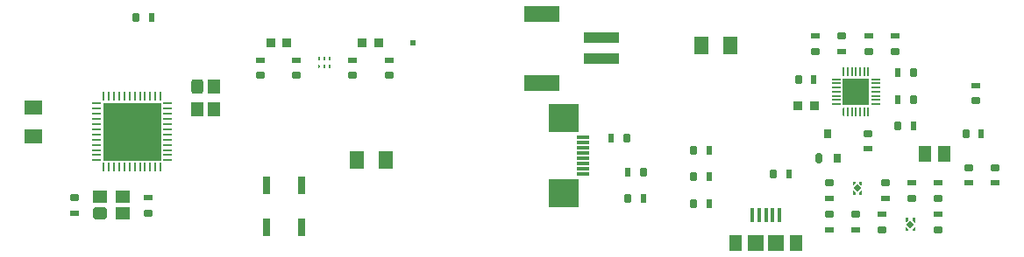
<source format=gtp>
G04*
G04 #@! TF.GenerationSoftware,Altium Limited,Altium Designer,21.0.9 (235)*
G04*
G04 Layer_Color=8421504*
%FSLAX44Y44*%
%MOMM*%
G71*
G04*
G04 #@! TF.SameCoordinates,35DE941F-9A8C-42F3-B98C-DFFE3D48772F*
G04*
G04*
G04 #@! TF.FilePolarity,Positive*
G04*
G01*
G75*
%ADD16R,1.3000X1.5000*%
%ADD17R,0.8000X1.7000*%
%ADD18R,1.4000X1.8000*%
%ADD19R,1.8000X1.4000*%
%ADD20R,0.2000X0.3000*%
G04:AMPARAMS|DCode=21|XSize=0.3mm|YSize=0.2mm|CornerRadius=0.05mm|HoleSize=0mm|Usage=FLASHONLY|Rotation=270.000|XOffset=0mm|YOffset=0mm|HoleType=Round|Shape=RoundedRectangle|*
%AMROUNDEDRECTD21*
21,1,0.3000,0.1000,0,0,270.0*
21,1,0.2000,0.2000,0,0,270.0*
1,1,0.1000,-0.0500,-0.1000*
1,1,0.1000,-0.0500,0.1000*
1,1,0.1000,0.0500,0.1000*
1,1,0.1000,0.0500,-0.1000*
%
%ADD21ROUNDEDRECTD21*%
%ADD22R,0.9000X0.6000*%
G04:AMPARAMS|DCode=23|XSize=0.6mm|YSize=0.9mm|CornerRadius=0.15mm|HoleSize=0mm|Usage=FLASHONLY|Rotation=270.000|XOffset=0mm|YOffset=0mm|HoleType=Round|Shape=RoundedRectangle|*
%AMROUNDEDRECTD23*
21,1,0.6000,0.6000,0,0,270.0*
21,1,0.3000,0.9000,0,0,270.0*
1,1,0.3000,-0.3000,-0.1500*
1,1,0.3000,-0.3000,0.1500*
1,1,0.3000,0.3000,0.1500*
1,1,0.3000,0.3000,-0.1500*
%
%ADD23ROUNDEDRECTD23*%
%ADD24R,0.6000X0.9000*%
G04:AMPARAMS|DCode=25|XSize=0.6mm|YSize=0.9mm|CornerRadius=0.15mm|HoleSize=0mm|Usage=FLASHONLY|Rotation=0.000|XOffset=0mm|YOffset=0mm|HoleType=Round|Shape=RoundedRectangle|*
%AMROUNDEDRECTD25*
21,1,0.6000,0.6000,0,0,0.0*
21,1,0.3000,0.9000,0,0,0.0*
1,1,0.3000,0.1500,-0.3000*
1,1,0.3000,-0.1500,-0.3000*
1,1,0.3000,-0.1500,0.3000*
1,1,0.3000,0.1500,0.3000*
%
%ADD25ROUNDEDRECTD25*%
%ADD26R,5.6000X5.6000*%
%ADD27R,0.8500X0.2500*%
%ADD28R,0.2500X0.8500*%
%ADD29O,0.2500X0.8500*%
G04:AMPARAMS|DCode=30|XSize=0.65mm|YSize=0.95mm|CornerRadius=0.1625mm|HoleSize=0mm|Usage=FLASHONLY|Rotation=180.000|XOffset=0mm|YOffset=0mm|HoleType=Round|Shape=RoundedRectangle|*
%AMROUNDEDRECTD30*
21,1,0.6500,0.6250,0,0,180.0*
21,1,0.3250,0.9500,0,0,180.0*
1,1,0.3250,-0.1625,0.3125*
1,1,0.3250,0.1625,0.3125*
1,1,0.3250,0.1625,-0.3125*
1,1,0.3250,-0.1625,-0.3125*
%
%ADD30ROUNDEDRECTD30*%
%ADD31R,0.6500X0.9500*%
G04:AMPARAMS|DCode=32|XSize=0.2mm|YSize=0.85mm|CornerRadius=0.05mm|HoleSize=0mm|Usage=FLASHONLY|Rotation=180.000|XOffset=0mm|YOffset=0mm|HoleType=Round|Shape=RoundedRectangle|*
%AMROUNDEDRECTD32*
21,1,0.2000,0.7500,0,0,180.0*
21,1,0.1000,0.8500,0,0,180.0*
1,1,0.1000,-0.0500,0.3750*
1,1,0.1000,0.0500,0.3750*
1,1,0.1000,0.0500,-0.3750*
1,1,0.1000,-0.0500,-0.3750*
%
%ADD32ROUNDEDRECTD32*%
%ADD33R,0.2000X0.8500*%
%ADD34R,0.8500X0.2000*%
%ADD35R,2.6000X2.6000*%
%ADD36R,0.2500X0.2200*%
%ADD37R,0.2500X0.2200*%
%ADD38P,0.6788X4X360.0*%
%ADD39R,0.8900X0.9400*%
%ADD40R,0.4000X1.3500*%
%ADD41R,1.5000X1.5500*%
%ADD42R,1.2000X0.3000*%
%ADD43R,3.0000X2.7000*%
%ADD44R,3.4000X1.5000*%
%ADD45R,3.5000X1.0000*%
%ADD46R,0.4800X0.4800*%
G04:AMPARAMS|DCode=47|XSize=1.2mm|YSize=1.4mm|CornerRadius=0.3mm|HoleSize=0mm|Usage=FLASHONLY|Rotation=90.000|XOffset=0mm|YOffset=0mm|HoleType=Round|Shape=RoundedRectangle|*
%AMROUNDEDRECTD47*
21,1,1.2000,0.8000,0,0,90.0*
21,1,0.6000,1.4000,0,0,90.0*
1,1,0.6000,0.4000,0.3000*
1,1,0.6000,0.4000,-0.3000*
1,1,0.6000,-0.4000,-0.3000*
1,1,0.6000,-0.4000,0.3000*
%
%ADD47ROUNDEDRECTD47*%
%ADD48R,1.4000X1.2000*%
G04:AMPARAMS|DCode=49|XSize=1.2mm|YSize=1.4mm|CornerRadius=0.3mm|HoleSize=0mm|Usage=FLASHONLY|Rotation=0.000|XOffset=0mm|YOffset=0mm|HoleType=Round|Shape=RoundedRectangle|*
%AMROUNDEDRECTD49*
21,1,1.2000,0.8000,0,0,0.0*
21,1,0.6000,1.4000,0,0,0.0*
1,1,0.6000,0.3000,-0.4000*
1,1,0.6000,-0.3000,-0.4000*
1,1,0.6000,-0.3000,0.4000*
1,1,0.6000,0.3000,0.4000*
%
%ADD49ROUNDEDRECTD49*%
%ADD50R,1.2000X1.4000*%
%ADD51R,1.2000X1.5500*%
%ADD52R,1.2000X1.5500*%
G36*
X1339460Y563155D02*
Y560955D01*
X1336960D01*
Y565655D01*
X1339460Y563155D01*
D02*
G37*
G36*
X1345958Y560960D02*
X1343458D01*
Y563160D01*
X1345258Y564960D01*
X1345958D01*
Y560960D01*
D02*
G37*
G36*
X1339458Y571758D02*
X1337657Y569958D01*
X1336958D01*
Y573957D01*
X1339458D01*
Y571758D01*
D02*
G37*
G36*
X1345957Y569958D02*
X1345258D01*
X1343457Y571758D01*
Y573957D01*
X1345957D01*
Y569958D01*
D02*
G37*
G36*
X1390585Y528115D02*
Y525915D01*
X1388085D01*
Y529915D01*
X1388785D01*
X1390585Y528115D01*
D02*
G37*
G36*
X1397085Y525915D02*
X1394585D01*
X1394585Y528115D01*
X1396385Y529915D01*
X1397085Y529915D01*
X1397085Y525915D01*
D02*
G37*
G36*
X1390585Y536713D02*
X1388785Y534913D01*
X1388085Y534913D01*
Y538913D01*
X1390585D01*
Y536713D01*
D02*
G37*
G36*
X1397083Y534217D02*
X1394583Y536717D01*
Y538917D01*
X1397083D01*
Y534217D01*
D02*
G37*
D16*
X1406500Y601000D02*
D03*
X1425500D02*
D03*
D17*
X805000Y530000D02*
D03*
X771000D02*
D03*
Y570000D02*
D03*
X805000D02*
D03*
D18*
X857793Y595207D02*
D03*
X885792D02*
D03*
X1219000Y706000D02*
D03*
X1191000D02*
D03*
D19*
X546000Y646000D02*
D03*
Y618000D02*
D03*
D20*
X832000Y693000D02*
D03*
X822000D02*
D03*
X832000Y685000D02*
D03*
X827000D02*
D03*
Y693000D02*
D03*
D21*
X822000Y685000D02*
D03*
D22*
X1352000Y605500D02*
D03*
X1378300Y715000D02*
D03*
X1456000Y667043D02*
D03*
X1352617Y715000D02*
D03*
X1326333Y700000D02*
D03*
X1419628Y541915D02*
D03*
X1419585Y572957D02*
D03*
X1394043D02*
D03*
X1365543Y541915D02*
D03*
X1314458Y526915D02*
D03*
X1340000D02*
D03*
X1368500Y557957D02*
D03*
X1300457Y715000D02*
D03*
X800000Y691708D02*
D03*
X765000D02*
D03*
X854000D02*
D03*
X889000D02*
D03*
X1314415Y557957D02*
D03*
X1449000Y572500D02*
D03*
X1474543D02*
D03*
X585000Y543500D02*
D03*
X656793Y558500D02*
D03*
D23*
X1352000Y620500D02*
D03*
X1378300Y700000D02*
D03*
X1456000Y652043D02*
D03*
X1352617Y700000D02*
D03*
X1326333Y715000D02*
D03*
X1419628Y526915D02*
D03*
X1419585Y557957D02*
D03*
X1394043D02*
D03*
X1365542Y526915D02*
D03*
X1314458Y541915D02*
D03*
X1340000D02*
D03*
X1368500Y572957D02*
D03*
X1300457Y700000D02*
D03*
X800000Y676708D02*
D03*
X765000D02*
D03*
X854000Y676708D02*
D03*
X889000Y676708D02*
D03*
X1314415Y572957D02*
D03*
X1449000Y587500D02*
D03*
X1474543D02*
D03*
X585000Y558500D02*
D03*
X656793Y543500D02*
D03*
D24*
X1275500Y581000D02*
D03*
X1461042Y620000D02*
D03*
X1299500Y673000D02*
D03*
X1380499Y679189D02*
D03*
X1380500Y653542D02*
D03*
X1395500Y628000D02*
D03*
X1103500Y615542D02*
D03*
X1198500Y552293D02*
D03*
Y578750D02*
D03*
Y604293D02*
D03*
X659500Y733000D02*
D03*
X1119500Y583000D02*
D03*
X1134500Y557458D02*
D03*
D25*
X1260500Y581000D02*
D03*
X1446042Y620000D02*
D03*
X1284500Y673000D02*
D03*
X1395499Y679189D02*
D03*
X1395500Y653542D02*
D03*
X1380500Y628000D02*
D03*
X1118500Y615542D02*
D03*
X1183500Y552293D02*
D03*
Y578750D02*
D03*
Y604293D02*
D03*
X644500Y733000D02*
D03*
X1134500Y583000D02*
D03*
X1119500Y557458D02*
D03*
D26*
X641000Y622000D02*
D03*
D27*
X606750Y594500D02*
D03*
Y599500D02*
D03*
Y604500D02*
D03*
Y609500D02*
D03*
Y614500D02*
D03*
X606750Y619500D02*
D03*
Y624500D02*
D03*
X606750Y629500D02*
D03*
Y634500D02*
D03*
Y639500D02*
D03*
Y644500D02*
D03*
Y649500D02*
D03*
X675250D02*
D03*
Y644500D02*
D03*
Y639500D02*
D03*
Y634500D02*
D03*
Y629500D02*
D03*
X675250Y624500D02*
D03*
Y619500D02*
D03*
X675250Y614500D02*
D03*
Y609500D02*
D03*
Y604500D02*
D03*
Y599500D02*
D03*
Y594500D02*
D03*
D28*
X613500Y656250D02*
D03*
X618500D02*
D03*
X623500D02*
D03*
X628500D02*
D03*
X633500D02*
D03*
X638500Y656250D02*
D03*
X643500D02*
D03*
X648500Y656250D02*
D03*
X653500D02*
D03*
X658500D02*
D03*
X663500D02*
D03*
X668500D02*
D03*
Y587750D02*
D03*
X663500D02*
D03*
X658500D02*
D03*
X653500D02*
D03*
X648500D02*
D03*
X643500Y587750D02*
D03*
X638500D02*
D03*
X633500Y587750D02*
D03*
X628500D02*
D03*
X623500D02*
D03*
X618500D02*
D03*
D29*
X613500D02*
D03*
D30*
X1304000Y596707D02*
D03*
D31*
X1322000D02*
D03*
X1313000Y620207D02*
D03*
D32*
X1328000Y641750D02*
D03*
D33*
X1332000D02*
D03*
X1336000D02*
D03*
X1340000D02*
D03*
X1344000D02*
D03*
X1348000D02*
D03*
X1352000D02*
D03*
Y680250D02*
D03*
X1348000D02*
D03*
X1344000D02*
D03*
X1340000D02*
D03*
X1336000D02*
D03*
X1332000D02*
D03*
X1328000D02*
D03*
D34*
X1359250Y649000D02*
D03*
Y653000D02*
D03*
Y657000D02*
D03*
Y661000D02*
D03*
Y665000D02*
D03*
Y669000D02*
D03*
Y673000D02*
D03*
X1320750D02*
D03*
Y669000D02*
D03*
Y665000D02*
D03*
Y661000D02*
D03*
Y657000D02*
D03*
Y653000D02*
D03*
Y649000D02*
D03*
D35*
X1340000Y661000D02*
D03*
D36*
X1395833Y537817D02*
D03*
X1338210Y562055D02*
D03*
D37*
X1389335Y537813D02*
D03*
Y527013D02*
D03*
X1395835Y527013D02*
D03*
X1344707Y562060D02*
D03*
Y572860D02*
D03*
X1338208D02*
D03*
D38*
X1392585Y532413D02*
D03*
X1341458Y567460D02*
D03*
D39*
X1284150Y647000D02*
D03*
X1299850D02*
D03*
X775000Y708000D02*
D03*
X790700D02*
D03*
X863150D02*
D03*
X878850D02*
D03*
D40*
X1240000Y541500D02*
D03*
X1246500D02*
D03*
X1253000D02*
D03*
X1259500D02*
D03*
X1266000D02*
D03*
D41*
X1243000Y514500D02*
D03*
X1263000D02*
D03*
D42*
X1076600Y581500D02*
D03*
Y586500D02*
D03*
Y591500D02*
D03*
Y616500D02*
D03*
Y611500D02*
D03*
Y606500D02*
D03*
Y601500D02*
D03*
Y596500D02*
D03*
D43*
X1058000Y635800D02*
D03*
Y562200D02*
D03*
D44*
X1037000Y669500D02*
D03*
Y736500D02*
D03*
D45*
X1094500Y693000D02*
D03*
Y713000D02*
D03*
D46*
X912000Y708000D02*
D03*
D47*
X610000Y543000D02*
D03*
D48*
Y559000D02*
D03*
X632000Y543000D02*
D03*
Y559000D02*
D03*
D49*
X704000Y666000D02*
D03*
D50*
X720000D02*
D03*
X704000Y644000D02*
D03*
X720000D02*
D03*
D51*
X1224005Y514505D02*
D03*
D52*
X1282005Y514505D02*
D03*
M02*

</source>
